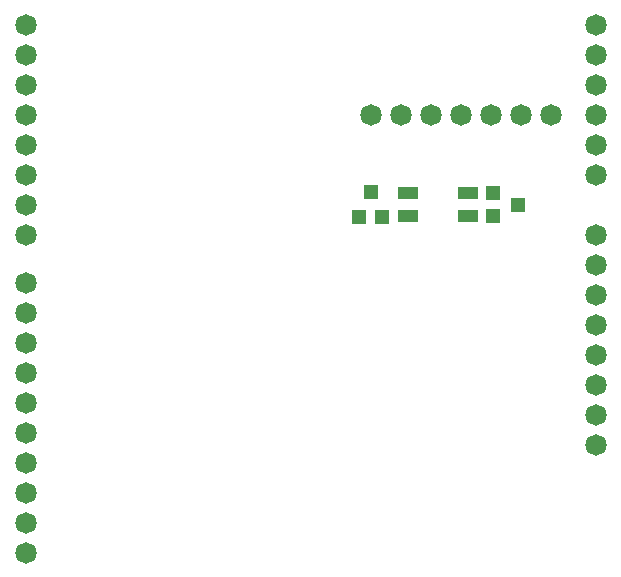
<source format=gbr>
G04 #@! TF.FileFunction,Soldermask,Top*
%FSLAX46Y46*%
G04 Gerber Fmt 4.6, Leading zero omitted, Abs format (unit mm)*
G04 Created by KiCad (PCBNEW 4.0.7-e2-6376~58~ubuntu14.04.1) date Sat Nov 11 23:25:02 2017*
%MOMM*%
%LPD*%
G01*
G04 APERTURE LIST*
%ADD10C,0.100000*%
%ADD11R,1.200000X1.300000*%
%ADD12C,1.820000*%
%ADD13R,1.300000X1.200000*%
%ADD14R,1.700000X1.100000*%
G04 APERTURE END LIST*
D10*
D11*
X173040000Y-115350000D03*
X174940000Y-115350000D03*
X173990000Y-113250000D03*
D12*
X144780000Y-99060000D03*
X144780000Y-101600000D03*
X144780000Y-104140000D03*
X144780000Y-106680000D03*
X144780000Y-109220000D03*
X144780000Y-111760000D03*
X144780000Y-114300000D03*
X144780000Y-116840000D03*
X144780000Y-120904000D03*
X144780000Y-123444000D03*
X144780000Y-125984000D03*
X144780000Y-128524000D03*
X144780000Y-131064000D03*
X144780000Y-133604000D03*
X144780000Y-136144000D03*
X144780000Y-138684000D03*
X144780000Y-141224000D03*
X144780000Y-143764000D03*
X193040000Y-99060000D03*
X193040000Y-101600000D03*
X193040000Y-104140000D03*
X193040000Y-106680000D03*
X193040000Y-109220000D03*
X193040000Y-111760000D03*
X193040000Y-116840000D03*
X193040000Y-119380000D03*
X193040000Y-121920000D03*
X193040000Y-124460000D03*
X193040000Y-127000000D03*
X193040000Y-129540000D03*
X193040000Y-132080000D03*
X193040000Y-134620000D03*
X173990000Y-106680000D03*
X176530000Y-106680000D03*
X179070000Y-106680000D03*
X181610000Y-106680000D03*
X184150000Y-106680000D03*
X186690000Y-106680000D03*
X189230000Y-106680000D03*
D13*
X184370000Y-113350000D03*
X184370000Y-115250000D03*
X186470000Y-114300000D03*
D14*
X182245000Y-115250000D03*
X182245000Y-113350000D03*
X177165000Y-113350000D03*
X177165000Y-115250000D03*
M02*

</source>
